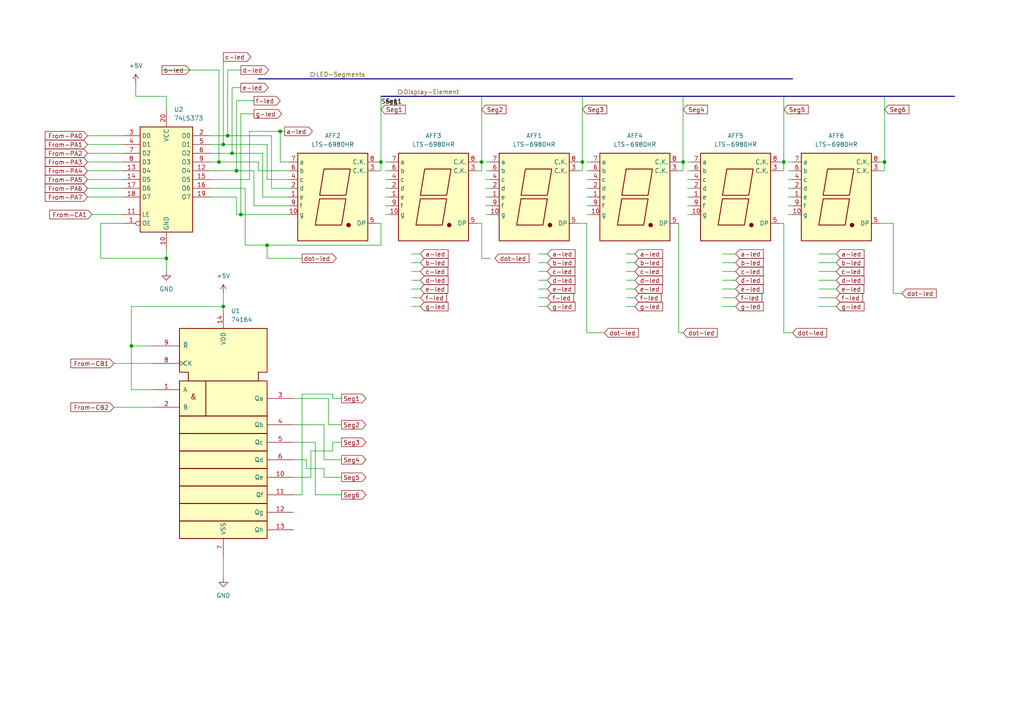
<source format=kicad_sch>
(kicad_sch (version 20230121) (generator eeschema)
  (paper "A4")
  (title_block (title "7-Segment Display for Breadboard Computer") (date "2023-09-13"))
  (lib_symbols
    (symbol "74xx:74LS373"
      (property "Reference" "U" (at -7.62 16.51 0))
      (property "Value" "74LS373" (at -7.62 -16.51 0))
      (symbol "74LS373_1_0"
        (pin input inverted (at -12.7 -12.7 0) (length 5.08) (name "OE") (number "1"))
        (pin power_in line (at 0 -20.32 90) (length 5.08) (name "GND") (number "10"))
        (pin input line (at -12.7 -10.16 0) (length 5.08) (name "LE") (number "11"))
        (pin tri_state line (at 12.7 2.54 180) (length 5.08) (name "O4") (number "12"))
        (pin input line (at -12.7 2.54 0) (length 5.08) (name "D4") (number "13"))
        (pin input line (at -12.7 0 0) (length 5.08) (name "D5") (number "14"))
        (pin tri_state line (at 12.7 0 180) (length 5.08) (name "O5") (number "15"))
        (pin tri_state line (at 12.7 -2.54 180) (length 5.08) (name "O6") (number "16"))
        (pin input line (at -12.7 -2.54 0) (length 5.08) (name "D6") (number "17"))
        (pin input line (at -12.7 -5.08 0) (length 5.08) (name "D7") (number "18"))
        (pin tri_state line (at 12.7 -5.08 180) (length 5.08) (name "O7") (number "19"))
        (pin tri_state line (at 12.7 12.7 180) (length 5.08) (name "O0") (number "2"))
        (pin power_in line (at 0 20.32 270) (length 5.08) (name "VCC") (number "20"))
        (pin input line (at -12.7 12.7 0) (length 5.08) (name "D0") (number "3"))
        (pin input line (at -12.7 10.16 0) (length 5.08) (name "D1") (number "4"))
        (pin tri_state line (at 12.7 10.16 180) (length 5.08) (name "O1") (number "5"))
        (pin tri_state line (at 12.7 7.62 180) (length 5.08) (name "O2") (number "6"))
        (pin input line (at -12.7 7.62 0) (length 5.08) (name "D2") (number "7"))
        (pin input line (at -12.7 5.08 0) (length 5.08) (name "D3") (number "8"))
        (pin tri_state line (at 12.7 5.08 180) (length 5.08) (name "O3") (number "9"))
      )
      (symbol "74LS373_1_1"
        (rectangle (start -7.62 15.24) (end 7.62 -15.24) (stroke (width 0.254)) (fill (type background)))
      )
    )
    (symbol "74xx_IEEE:74164" (pin_names (offset 1.016))
      (property "Reference" "U" (at 17.78 12.7 0))
      (property "Value" "74164" (at 12.7 -45.72 0))
      (symbol "74164_0_0"
        (text "&" (at -8.636 -2.032 0) (effects (font (size 1.524 1.524))))
      )
      (symbol "74164_0_1"
        (rectangle (start -12.7 -38.1) (end 12.7 -43.18) (stroke (width 0.254)) (fill (type background)))
        (rectangle (start -12.7 -33.02) (end 12.7 -38.1) (stroke (width 0.254)) (fill (type background)))
        (rectangle (start -12.7 -27.94) (end 12.7 -33.02) (stroke (width 0.254)) (fill (type background)))
        (rectangle (start -12.7 -22.86) (end 12.7 -27.94) (stroke (width 0.254)) (fill (type background)))
        (rectangle (start -12.7 -17.78) (end 12.7 -22.86) (stroke (width 0.254)) (fill (type background)))
        (rectangle (start -12.7 -12.7) (end 12.7 -17.78) (stroke (width 0.254)) (fill (type background)))
        (rectangle (start -12.7 -7.62) (end 12.7 -12.7) (stroke (width 0.254)) (fill (type background)))
        (rectangle (start -12.7 2.54) (end 12.7 -7.62) (stroke (width 0.254)) (fill (type background)))
        (polyline (pts (xy -5.08 2.54) (xy -5.08 -7.62) (xy -5.08 -7.62)) (stroke (width 0.254)) (fill (type background)))
        (polyline (pts (xy -10.16 2.54) (xy -10.16 5.08) (xy -12.7 5.08) (xy -12.7 17.78) (xy 12.7 17.78) (xy 12.7 5.08) (xy 10.16 5.08) (xy 10.16 2.54) (xy 10.16 2.54)) (stroke (width 0.254)) (fill (type background)))
      )
      (symbol "74164_1_1"
        (pin input line (at -20.32 0 0) (length 7.62) (name "A") (number "1"))
        (pin output line (at 20.32 -25.4 180) (length 7.62) (name "Qe") (number "10"))
        (pin output line (at 20.32 -30.48 180) (length 7.62) (name "Qf") (number "11"))
        (pin output line (at 20.32 -35.56 180) (length 7.62) (name "Qg") (number "12"))
        (pin output line (at 20.32 -40.64 180) (length 7.62) (name "Qh") (number "13"))
        (pin power_in line (at 0 22.86 270) (length 5.08) (name "VDD") (number "14"))
        (pin input line (at -20.32 -5.08 0) (length 7.62) (name "B") (number "2"))
        (pin output line (at 20.32 -2.54 180) (length 7.62) (name "Qa") (number "3"))
        (pin output line (at 20.32 -10.16 180) (length 7.62) (name "Qb") (number "4"))
        (pin output line (at 20.32 -15.24 180) (length 7.62) (name "Qc") (number "5"))
        (pin output line (at 20.32 -20.32 180) (length 7.62) (name "Qd") (number "6"))
        (pin power_in line (at 0 -48.26 90) (length 5.08) (name "VSS") (number "7"))
        (pin input clock (at -20.32 7.62 0) (length 7.62) (name "CK") (number "8"))
        (pin input line (at -20.32 12.7 0) (length 7.62) (name "~{R}") (number "9"))
      )
    )
    (symbol "Display_Character:LTS-6980HR"
      (property "Reference" "AFF" (at -7.874 13.97 0))
      (property "Value" "LTS-6980HR" (at 4.064 13.97 0))
      (symbol "LTS-6980HR_0_1"
        (rectangle (start -10.16 12.7) (end 10.16 -12.7) (stroke (width 0.254)) (fill (type background)))
        (polyline (pts (xy -3.81 -0.508) (xy 3.81 -0.508) (xy 2.54 -8.128) (xy -5.08 -8.128) (xy -3.81 -0.508) (xy -3.81 -0.508)) (stroke (width 0.254)))
        (polyline (pts (xy -2.54 8.128) (xy 5.08 8.128) (xy 3.81 0.508) (xy -3.81 0.508) (xy -2.54 8.128) (xy -2.54 8.128)) (stroke (width 0.254)))
        (circle (center 4.572 -8.128) (radius 0.508) (stroke (width 0.254)) (fill (type outline)))
      )
      (symbol "LTS-6980HR_1_1"
        (pin passive line (at -12.7 0 0) (length 2.54) (name "e") (number "1"))
        (pin passive line (at -12.7 -5.08 0) (length 2.54) (name "g") (number "10"))
        (pin passive line (at -12.7 2.54 0) (length 2.54) (name "d") (number "2"))
        (pin passive line (at 12.7 7.62 180) (length 2.54) (name "C.K.") (number "3"))
        (pin passive line (at -12.7 5.08 0) (length 2.54) (name "c") (number "4"))
        (pin passive line (at 12.7 -7.62 180) (length 2.54) (name "DP") (number "5"))
        (pin passive line (at -12.7 7.62 0) (length 2.54) (name "b") (number "6"))
        (pin passive line (at -12.7 10.16 0) (length 2.54) (name "a") (number "7"))
        (pin passive line (at 12.7 10.16 180) (length 2.54) (name "C.K.") (number "8"))
        (pin passive line (at -12.7 -2.54 0) (length 2.54) (name "f") (number "9"))
      )
    )
    (symbol "power:+5V" (power) (pin_names (offset 0))
      (property "Value" "+5V" (at 0 3.556 0))
      (symbol "+5V_0_1"
        (polyline (pts (xy -0.762 1.27) (xy 0 2.54)))
        (polyline (pts (xy 0 0) (xy 0 2.54)))
        (polyline (pts (xy 0 2.54) (xy 0.762 1.27)))
      )
      (symbol "+5V_1_1"
        (pin power_in line (at 0 0 90) (length 0) hide (name "+5V") (number "1"))
      )
    )
    (symbol "power:GND" (power) (pin_names (offset 0))
      (property "Value" "GND" (at 0 -3.81 0))
      (symbol "GND_0_1"
        (polyline (pts (xy 0 0) (xy 0 -1.27) (xy 1.27 -1.27) (xy 0 -2.54) (xy -1.27 -1.27) (xy 0 -1.27)))
      )
      (symbol "GND_1_1"
        (pin power_in line (at 0 0 270) (length 0) hide (name "GND") (number "1"))
      )
    )
  )
  (junction (at 67.31 44.45))
  (junction (at 227.33 46.99))
  (junction (at 63.5 46.99))
  (junction (at 256.54 46.99))
  (junction (at 38.1 100.33))
  (junction (at 66.04 39.37))
  (junction (at 198.12 46.99))
  (junction (at 69.85 62.23))
  (junction (at 48.26 74.93))
  (junction (at 68.58 49.53))
  (junction (at 81.28 38.1))
  (junction (at 64.77 41.91))
  (junction (at 77.47 71.12))
  (junction (at 64.77 88.9))
  (junction (at 110.49 46.99))
  (junction (at 168.91 46.99))
  (junction (at 139.7 46.99))
  (wire (pts (xy 237.49 78.74) (xy 242.57 78.74)))
  (wire (pts (xy 38.1 100.33) (xy 38.1 88.9)))
  (wire (pts (xy 119.38 76.2) (xy 121.92 76.2)))
  (wire (pts (xy 139.7 27.94) (xy 139.7 46.99)))
  (wire (pts (xy 119.38 78.74) (xy 121.92 78.74)))
  (wire (pts (xy 73.66 29.21) (xy 68.58 29.21)))
  (wire (pts (xy 111.76 62.23) (xy 113.03 62.23)))
  (wire (pts (xy 199.39 54.61) (xy 200.66 54.61)))
  (wire (pts (xy 139.7 74.93) (xy 142.24 74.93)))
  (wire (pts (xy 85.09 138.43) (xy 90.17 138.43)))
  (wire (pts (xy 140.97 49.53) (xy 142.24 49.53)))
  (wire (pts (xy 68.58 29.21) (xy 68.58 49.53)))
  (wire (pts (xy 119.38 73.66) (xy 121.92 73.66)))
  (wire (pts (xy 181.61 76.2) (xy 184.15 76.2)))
  (wire (pts (xy 76.2 44.45) (xy 67.31 44.45)))
  (wire (pts (xy 63.5 46.99) (xy 60.96 46.99)))
  (wire (pts (xy 255.27 64.77) (xy 259.08 64.77)))
  (wire (pts (xy 227.33 49.53) (xy 227.33 46.99)))
  (wire (pts (xy 198.12 49.53) (xy 198.12 46.99)))
  (bus (pts (xy 74.93 22.86) (xy 229.87 22.86)))
  (wire (pts (xy 109.22 49.53) (xy 110.49 49.53)))
  (wire (pts (xy 38.1 88.9) (xy 64.77 88.9)))
  (wire (pts (xy 96.52 130.81) (xy 96.52 128.27)))
  (wire (pts (xy 48.26 74.93) (xy 48.26 78.74)))
  (wire (pts (xy 227.33 64.77) (xy 227.33 96.52)))
  (wire (pts (xy 259.08 64.77) (xy 259.08 85.09)))
  (wire (pts (xy 96.52 128.27) (xy 99.06 128.27)))
  (wire (pts (xy 60.96 39.37) (xy 66.04 39.37)))
  (wire (pts (xy 68.58 57.15) (xy 60.96 57.15)))
  (wire (pts (xy 99.06 123.19) (xy 95.25 123.19)))
  (wire (pts (xy 63.5 20.32) (xy 63.5 46.99)))
  (wire (pts (xy 87.63 114.3) (xy 96.52 114.3)))
  (wire (pts (xy 209.55 81.28) (xy 213.36 81.28)))
  (wire (pts (xy 77.47 74.93) (xy 77.47 71.12)))
  (wire (pts (xy 237.49 73.66) (xy 242.57 73.66)))
  (wire (pts (xy 81.28 38.1) (xy 82.55 38.1)))
  (wire (pts (xy 25.4 57.15) (xy 35.56 57.15)))
  (wire (pts (xy 95.25 123.19) (xy 95.25 115.57)))
  (wire (pts (xy 226.06 46.99) (xy 227.33 46.99)))
  (wire (pts (xy 96.52 115.57) (xy 99.06 115.57)))
  (wire (pts (xy 66.04 20.32) (xy 66.04 39.37)))
  (wire (pts (xy 110.49 49.53) (xy 110.49 46.99)))
  (wire (pts (xy 74.93 46.99) (xy 63.5 46.99)))
  (wire (pts (xy 83.82 62.23) (xy 69.85 62.23)))
  (wire (pts (xy 44.45 113.03) (xy 38.1 113.03)))
  (wire (pts (xy 228.6 57.15) (xy 229.87 57.15)))
  (wire (pts (xy 69.85 62.23) (xy 68.58 62.23)))
  (wire (pts (xy 87.63 74.93) (xy 77.47 74.93)))
  (wire (pts (xy 140.97 52.07) (xy 142.24 52.07)))
  (wire (pts (xy 87.63 143.51) (xy 87.63 114.3)))
  (wire (pts (xy 73.66 59.69) (xy 73.66 49.53)))
  (wire (pts (xy 64.77 16.51) (xy 64.77 41.91)))
  (wire (pts (xy 25.4 52.07) (xy 35.56 52.07)))
  (wire (pts (xy 140.97 46.99) (xy 142.24 46.99)))
  (wire (pts (xy 99.06 133.35) (xy 93.98 133.35)))
  (wire (pts (xy 209.55 88.9) (xy 213.36 88.9)))
  (wire (pts (xy 72.39 38.1) (xy 72.39 52.07)))
  (wire (pts (xy 73.66 49.53) (xy 68.58 49.53)))
  (wire (pts (xy 227.33 46.99) (xy 227.33 27.94)))
  (wire (pts (xy 181.61 78.74) (xy 184.15 78.74)))
  (wire (pts (xy 111.76 49.53) (xy 113.03 49.53)))
  (wire (pts (xy 156.21 83.82) (xy 158.75 83.82)))
  (wire (pts (xy 170.18 52.07) (xy 171.45 52.07)))
  (wire (pts (xy 196.85 64.77) (xy 196.85 96.52)))
  (wire (pts (xy 181.61 83.82) (xy 184.15 83.82)))
  (wire (pts (xy 256.54 49.53) (xy 256.54 46.99)))
  (wire (pts (xy 156.21 78.74) (xy 158.75 78.74)))
  (wire (pts (xy 181.61 81.28) (xy 184.15 81.28)))
  (wire (pts (xy 209.55 73.66) (xy 213.36 73.66)))
  (wire (pts (xy 81.28 38.1) (xy 72.39 38.1)))
  (wire (pts (xy 93.98 133.35) (xy 93.98 123.19)))
  (wire (pts (xy 227.33 96.52) (xy 229.87 96.52)))
  (wire (pts (xy 168.91 49.53) (xy 168.91 46.99)))
  (wire (pts (xy 170.18 57.15) (xy 171.45 57.15)))
  (wire (pts (xy 140.97 54.61) (xy 142.24 54.61)))
  (wire (pts (xy 259.08 85.09) (xy 261.62 85.09)))
  (wire (pts (xy 91.44 143.51) (xy 91.44 128.27)))
  (wire (pts (xy 140.97 62.23) (xy 142.24 62.23)))
  (wire (pts (xy 88.9 133.35) (xy 85.09 133.35)))
  (wire (pts (xy 255.27 46.99) (xy 256.54 46.99)))
  (wire (pts (xy 93.98 135.89) (xy 88.9 135.89)))
  (wire (pts (xy 110.49 27.94) (xy 110.49 46.99)))
  (wire (pts (xy 91.44 128.27) (xy 85.09 128.27)))
  (wire (pts (xy 69.85 25.4) (xy 67.31 25.4)))
  (wire (pts (xy 156.21 73.66) (xy 158.75 73.66)))
  (wire (pts (xy 237.49 88.9) (xy 242.57 88.9)))
  (wire (pts (xy 181.61 86.36) (xy 184.15 86.36)))
  (wire (pts (xy 156.21 81.28) (xy 158.75 81.28)))
  (wire (pts (xy 64.77 85.09) (xy 64.77 88.9)))
  (wire (pts (xy 170.18 64.77) (xy 170.18 96.52)))
  (wire (pts (xy 67.31 44.45) (xy 60.96 44.45)))
  (wire (pts (xy 85.09 143.51) (xy 87.63 143.51)))
  (wire (pts (xy 228.6 59.69) (xy 229.87 59.69)))
  (wire (pts (xy 111.76 59.69) (xy 113.03 59.69)))
  (wire (pts (xy 156.21 86.36) (xy 158.75 86.36)))
  (wire (pts (xy 83.82 52.07) (xy 77.47 52.07)))
  (wire (pts (xy 48.26 72.39) (xy 48.26 74.93)))
  (wire (pts (xy 44.45 100.33) (xy 38.1 100.33)))
  (wire (pts (xy 39.37 27.94) (xy 48.26 27.94)))
  (wire (pts (xy 60.96 41.91) (xy 64.77 41.91)))
  (wire (pts (xy 167.64 46.99) (xy 168.91 46.99)))
  (wire (pts (xy 138.43 64.77) (xy 139.7 64.77)))
  (wire (pts (xy 119.38 81.28) (xy 121.92 81.28)))
  (wire (pts (xy 64.77 88.9) (xy 64.77 90.17)))
  (wire (pts (xy 73.66 33.02) (xy 69.85 33.02)))
  (wire (pts (xy 209.55 78.74) (xy 213.36 78.74)))
  (wire (pts (xy 170.18 54.61) (xy 171.45 54.61)))
  (wire (pts (xy 77.47 71.12) (xy 71.12 71.12)))
  (wire (pts (xy 68.58 62.23) (xy 68.58 57.15)))
  (wire (pts (xy 167.64 49.53) (xy 168.91 49.53)))
  (wire (pts (xy 72.39 52.07) (xy 60.96 52.07)))
  (wire (pts (xy 69.85 20.32) (xy 66.04 20.32)))
  (wire (pts (xy 76.2 57.15) (xy 76.2 44.45)))
  (wire (pts (xy 38.1 100.33) (xy 38.1 113.03)))
  (wire (pts (xy 228.6 49.53) (xy 229.87 49.53)))
  (wire (pts (xy 119.38 86.36) (xy 121.92 86.36)))
  (wire (pts (xy 139.7 49.53) (xy 139.7 46.99)))
  (wire (pts (xy 138.43 49.53) (xy 139.7 49.53)))
  (wire (pts (xy 209.55 76.2) (xy 213.36 76.2)))
  (wire (pts (xy 119.38 83.82) (xy 121.92 83.82)))
  (wire (pts (xy 111.76 57.15) (xy 113.03 57.15)))
  (wire (pts (xy 170.18 96.52) (xy 175.26 96.52)))
  (wire (pts (xy 46.99 20.32) (xy 63.5 20.32)))
  (wire (pts (xy 77.47 52.07) (xy 77.47 41.91)))
  (wire (pts (xy 25.4 46.99) (xy 35.56 46.99)))
  (wire (pts (xy 140.97 59.69) (xy 142.24 59.69)))
  (wire (pts (xy 90.17 130.81) (xy 96.52 130.81)))
  (wire (pts (xy 199.39 57.15) (xy 200.66 57.15)))
  (wire (pts (xy 196.85 49.53) (xy 198.12 49.53)))
  (wire (pts (xy 111.76 52.07) (xy 113.03 52.07)))
  (wire (pts (xy 88.9 135.89) (xy 88.9 133.35)))
  (wire (pts (xy 228.6 62.23) (xy 229.87 62.23)))
  (wire (pts (xy 199.39 52.07) (xy 200.66 52.07)))
  (wire (pts (xy 74.93 49.53) (xy 74.93 46.99)))
  (wire (pts (xy 111.76 46.99) (xy 113.03 46.99)))
  (wire (pts (xy 228.6 54.61) (xy 229.87 54.61)))
  (wire (pts (xy 209.55 86.36) (xy 213.36 86.36)))
  (wire (pts (xy 226.06 64.77) (xy 227.33 64.77)))
  (wire (pts (xy 29.21 64.77) (xy 29.21 74.93)))
  (wire (pts (xy 99.06 138.43) (xy 93.98 138.43)))
  (wire (pts (xy 111.76 54.61) (xy 113.03 54.61)))
  (wire (pts (xy 83.82 57.15) (xy 76.2 57.15)))
  (wire (pts (xy 237.49 81.28) (xy 242.57 81.28)))
  (wire (pts (xy 256.54 27.94) (xy 256.54 46.99)))
  (wire (pts (xy 237.49 86.36) (xy 242.57 86.36)))
  (wire (pts (xy 255.27 49.53) (xy 256.54 49.53)))
  (wire (pts (xy 140.97 57.15) (xy 142.24 57.15)))
  (wire (pts (xy 78.74 39.37) (xy 78.74 54.61)))
  (wire (pts (xy 170.18 59.69) (xy 171.45 59.69)))
  (wire (pts (xy 181.61 73.66) (xy 184.15 73.66)))
  (wire (pts (xy 85.09 115.57) (xy 95.25 115.57)))
  (wire (pts (xy 33.02 118.11) (xy 44.45 118.11)))
  (wire (pts (xy 64.77 161.29) (xy 64.77 167.64)))
  (wire (pts (xy 196.85 46.99) (xy 198.12 46.99)))
  (wire (pts (xy 90.17 138.43) (xy 90.17 130.81)))
  (wire (pts (xy 168.91 27.94) (xy 168.91 46.99)))
  (wire (pts (xy 138.43 46.99) (xy 139.7 46.99)))
  (wire (pts (xy 71.12 54.61) (xy 60.96 54.61)))
  (wire (pts (xy 228.6 52.07) (xy 229.87 52.07)))
  (wire (pts (xy 48.26 27.94) (xy 48.26 31.75)))
  (wire (pts (xy 226.06 49.53) (xy 227.33 49.53)))
  (wire (pts (xy 39.37 24.13) (xy 39.37 27.94)))
  (wire (pts (xy 25.4 49.53) (xy 35.56 49.53)))
  (wire (pts (xy 29.21 64.77) (xy 35.56 64.77)))
  (wire (pts (xy 73.66 59.69) (xy 83.82 59.69)))
  (bus (pts (xy 110.49 27.94) (xy 276.86 27.94)))
  (wire (pts (xy 119.38 88.9) (xy 121.92 88.9)))
  (wire (pts (xy 96.52 114.3) (xy 96.52 115.57)))
  (wire (pts (xy 25.4 54.61) (xy 35.56 54.61)))
  (wire (pts (xy 25.4 44.45) (xy 35.56 44.45)))
  (wire (pts (xy 181.61 88.9) (xy 184.15 88.9)))
  (wire (pts (xy 85.09 123.19) (xy 93.98 123.19)))
  (wire (pts (xy 67.31 25.4) (xy 67.31 44.45)))
  (wire (pts (xy 26.67 62.23) (xy 35.56 62.23)))
  (wire (pts (xy 237.49 76.2) (xy 242.57 76.2)))
  (wire (pts (xy 83.82 49.53) (xy 74.93 49.53)))
  (wire (pts (xy 228.6 46.99) (xy 229.87 46.99)))
  (wire (pts (xy 139.7 64.77) (xy 139.7 74.93)))
  (wire (pts (xy 199.39 46.99) (xy 200.66 46.99)))
  (wire (pts (xy 196.85 96.52) (xy 198.12 96.52)))
  (wire (pts (xy 64.77 41.91) (xy 77.47 41.91)))
  (wire (pts (xy 93.98 138.43) (xy 93.98 135.89)))
  (wire (pts (xy 109.22 46.99) (xy 110.49 46.99)))
  (wire (pts (xy 156.21 88.9) (xy 158.75 88.9)))
  (wire (pts (xy 83.82 46.99) (xy 81.28 46.99)))
  (wire (pts (xy 237.49 83.82) (xy 242.57 83.82)))
  (wire (pts (xy 78.74 54.61) (xy 83.82 54.61)))
  (wire (pts (xy 199.39 49.53) (xy 200.66 49.53)))
  (wire (pts (xy 199.39 62.23) (xy 200.66 62.23)))
  (wire (pts (xy 33.02 105.41) (xy 44.45 105.41)))
  (wire (pts (xy 109.22 64.77) (xy 110.49 64.77)))
  (wire (pts (xy 170.18 46.99) (xy 171.45 46.99)))
  (wire (pts (xy 110.49 64.77) (xy 110.49 71.12)))
  (wire (pts (xy 71.12 71.12) (xy 71.12 54.61)))
  (wire (pts (xy 170.18 49.53) (xy 171.45 49.53)))
  (wire (pts (xy 25.4 39.37) (xy 35.56 39.37)))
  (wire (pts (xy 167.64 64.77) (xy 170.18 64.77)))
  (wire (pts (xy 66.04 39.37) (xy 78.74 39.37)))
  (wire (pts (xy 69.85 33.02) (xy 69.85 62.23)))
  (wire (pts (xy 81.28 46.99) (xy 81.28 38.1)))
  (wire (pts (xy 29.21 74.93) (xy 48.26 74.93)))
  (wire (pts (xy 209.55 83.82) (xy 213.36 83.82)))
  (wire (pts (xy 199.39 59.69) (xy 200.66 59.69)))
  (wire (pts (xy 170.18 62.23) (xy 171.45 62.23)))
  (wire (pts (xy 68.58 49.53) (xy 60.96 49.53)))
  (wire (pts (xy 198.12 46.99) (xy 198.12 27.94)))
  (wire (pts (xy 110.49 71.12) (xy 77.47 71.12)))
  (wire (pts (xy 99.06 143.51) (xy 91.44 143.51)))
  (wire (pts (xy 156.21 76.2) (xy 158.75 76.2)))
  (wire (pts (xy 25.4 41.91) (xy 35.56 41.91)))
  (label "Seg1" (at 111.76 30.48 0))
  (label "Seg1" (at 110.49 30.48 0))
  (label "Seg1" (at 111.76 30.48 0))
  (global_label "e-led" (shape input) (at 121.92 83.82 0) (property "Intersheetrefs" "${INTERSHEET_REFS}" (effects hide)))
  (global_label "e-led" (shape input) (at 213.36 83.82 0) (property "Intersheetrefs" "${INTERSHEET_REFS}" (effects hide)))
  (global_label "d-led" (shape input) (at 184.15 81.28 0) (property "Intersheetrefs" "${INTERSHEET_REFS}" (effects hide)))
  (global_label "c-led" (shape input) (at 242.57 78.74 0) (property "Intersheetrefs" "${INTERSHEET_REFS}" (effects hide)))
  (global_label "Seg5" (shape input) (at 227.33 31.75 0) (property "Intersheetrefs" "${INTERSHEET_REFS}" (effects hide)))
  (global_label "c-led" (shape input) (at 158.75 78.74 0) (property "Intersheetrefs" "${INTERSHEET_REFS}" (effects hide)))
  (global_label "g-led" (shape input) (at 184.15 88.9 0) (property "Intersheetrefs" "${INTERSHEET_REFS}" (effects hide)))
  (global_label "From-PA4" (shape input) (at 25.4 49.53 180) (property "Intersheetrefs" "${INTERSHEET_REFS}" (effects hide)))
  (global_label "e-led" (shape input) (at 184.15 83.82 0) (property "Intersheetrefs" "${INTERSHEET_REFS}" (effects hide)))
  (global_label "g-led" (shape output) (at 73.66 33.02 0) (property "Intersheetrefs" "${INTERSHEET_REFS}" (effects hide)))
  (global_label "g-led" (shape input) (at 121.92 88.9 0) (property "Intersheetrefs" "${INTERSHEET_REFS}" (effects hide)))
  (global_label "a-led" (shape input) (at 121.92 73.66 0) (property "Intersheetrefs" "${INTERSHEET_REFS}" (effects hide)))
  (global_label "From-CA1" (shape input) (at 26.67 62.23 180) (property "Intersheetrefs" "${INTERSHEET_REFS}" (effects hide)))
  (global_label "Seg2" (shape output) (at 99.06 123.19 0) (property "Intersheetrefs" "${INTERSHEET_REFS}" (effects hide)))
  (global_label "b-led" (shape input) (at 158.75 76.2 0) (property "Intersheetrefs" "${INTERSHEET_REFS}" (effects hide)))
  (global_label "e-led" (shape input) (at 158.75 83.82 0) (property "Intersheetrefs" "${INTERSHEET_REFS}" (effects hide)))
  (global_label "c-led" (shape output) (at 64.77 16.51 0) (property "Intersheetrefs" "${INTERSHEET_REFS}" (effects hide)))
  (global_label "dot-led" (shape input) (at 175.26 96.52 0) (property "Intersheetrefs" "${INTERSHEET_REFS}" (effects hide)))
  (global_label "b-led" (shape input) (at 242.57 76.2 0) (property "Intersheetrefs" "${INTERSHEET_REFS}" (effects hide)))
  (global_label "g-led" (shape input) (at 242.57 88.9 0) (property "Intersheetrefs" "${INTERSHEET_REFS}" (effects hide)))
  (global_label "Seg5" (shape output) (at 99.06 138.43 0) (property "Intersheetrefs" "${INTERSHEET_REFS}" (effects hide)))
  (global_label "d-led" (shape output) (at 69.85 20.32 0) (property "Intersheetrefs" "${INTERSHEET_REFS}" (effects hide)))
  (global_label "From-CB1" (shape input) (at 33.02 105.41 180) (property "Intersheetrefs" "${INTERSHEET_REFS}" (effects hide)))
  (global_label "f-led" (shape input) (at 158.75 86.36 0) (property "Intersheetrefs" "${INTERSHEET_REFS}" (effects hide)))
  (global_label "b-led" (shape output) (at 46.99 20.32 0) (property "Intersheetrefs" "${INTERSHEET_REFS}" (effects hide)))
  (global_label "f-led" (shape input) (at 213.36 86.36 0) (property "Intersheetrefs" "${INTERSHEET_REFS}" (effects hide)))
  (global_label "Seg1" (shape input) (at 110.49 31.75 0) (property "Intersheetrefs" "${INTERSHEET_REFS}" (effects hide)))
  (global_label "g-led" (shape input) (at 158.75 88.9 0) (property "Intersheetrefs" "${INTERSHEET_REFS}" (effects hide)))
  (global_label "Seg3" (shape input) (at 168.91 31.75 0) (property "Intersheetrefs" "${INTERSHEET_REFS}" (effects hide)))
  (global_label "d-led" (shape input) (at 242.57 81.28 0) (property "Intersheetrefs" "${INTERSHEET_REFS}" (effects hide)))
  (global_label "From-PA7" (shape input) (at 25.4 57.15 180) (property "Intersheetrefs" "${INTERSHEET_REFS}" (effects hide)))
  (global_label "Seg6" (shape input) (at 256.54 31.75 0) (property "Intersheetrefs" "${INTERSHEET_REFS}" (effects hide)))
  (global_label "c-led" (shape input) (at 121.92 78.74 0) (property "Intersheetrefs" "${INTERSHEET_REFS}" (effects hide)))
  (global_label "From-PA2" (shape input) (at 25.4 44.45 180) (property "Intersheetrefs" "${INTERSHEET_REFS}" (effects hide)))
  (global_label "a-led" (shape input) (at 158.75 73.66 0) (property "Intersheetrefs" "${INTERSHEET_REFS}" (effects hide)))
  (global_label "From-PA0" (shape input) (at 25.4 39.37 180) (property "Intersheetrefs" "${INTERSHEET_REFS}" (effects hide)))
  (global_label "From-CB2" (shape input) (at 33.02 118.11 180) (property "Intersheetrefs" "${INTERSHEET_REFS}" (effects hide)))
  (global_label "dot-led" (shape input) (at 198.12 96.52 0) (property "Intersheetrefs" "${INTERSHEET_REFS}" (effects hide)))
  (global_label "f-led" (shape output) (at 73.66 29.21 0) (property "Intersheetrefs" "${INTERSHEET_REFS}" (effects hide)))
  (global_label "a-led" (shape input) (at 184.15 73.66 0) (property "Intersheetrefs" "${INTERSHEET_REFS}" (effects hide)))
  (global_label "f-led" (shape input) (at 121.92 86.36 0) (property "Intersheetrefs" "${INTERSHEET_REFS}" (effects hide)))
  (global_label "d-led" (shape input) (at 213.36 81.28 0) (property "Intersheetrefs" "${INTERSHEET_REFS}" (effects hide)))
  (global_label "e-led" (shape input) (at 242.57 83.82 0) (property "Intersheetrefs" "${INTERSHEET_REFS}" (effects hide)))
  (global_label "g-led" (shape input) (at 213.36 88.9 0) (property "Intersheetrefs" "${INTERSHEET_REFS}" (effects hide)))
  (global_label "d-led" (shape input) (at 121.92 81.28 0) (property "Intersheetrefs" "${INTERSHEET_REFS}" (effects hide)))
  (global_label "From-PA3" (shape input) (at 25.4 46.99 180) (property "Intersheetrefs" "${INTERSHEET_REFS}" (effects hide)))
  (global_label "Seg6" (shape output) (at 99.06 143.51 0) (property "Intersheetrefs" "${INTERSHEET_REFS}" (effects hide)))
  (global_label "dot-led" (shape input) (at 229.87 96.52 0) (property "Intersheetrefs" "${INTERSHEET_REFS}" (effects hide)))
  (global_label "dot-led" (shape input) (at 143.51 74.93 0) (property "Intersheetrefs" "${INTERSHEET_REFS}" (effects hide)))
  (global_label "b-led" (shape input) (at 213.36 76.2 0) (property "Intersheetrefs" "${INTERSHEET_REFS}" (effects hide)))
  (global_label "e-led" (shape output) (at 69.85 25.4 0) (property "Intersheetrefs" "${INTERSHEET_REFS}" (effects hide)))
  (global_label "From-PA6" (shape input) (at 25.4 54.61 180) (property "Intersheetrefs" "${INTERSHEET_REFS}" (effects hide)))
  (global_label "c-led" (shape input) (at 213.36 78.74 0) (property "Intersheetrefs" "${INTERSHEET_REFS}" (effects hide)))
  (global_label "f-led" (shape input) (at 242.57 86.36 0) (property "Intersheetrefs" "${INTERSHEET_REFS}" (effects hide)))
  (global_label "dot-led" (shape input) (at 261.62 85.09 0) (property "Intersheetrefs" "${INTERSHEET_REFS}" (effects hide)))
  (global_label "Seg4" (shape input) (at 198.12 31.75 0) (property "Intersheetrefs" "${INTERSHEET_REFS}" (effects hide)))
  (global_label "a-led" (shape input) (at 213.36 73.66 0) (property "Intersheetrefs" "${INTERSHEET_REFS}" (effects hide)))
  (global_label "b-led" (shape input) (at 121.92 76.2 0) (property "Intersheetrefs" "${INTERSHEET_REFS}" (effects hide)))
  (global_label "Seg3" (shape output) (at 99.06 128.27 0) (property "Intersheetrefs" "${INTERSHEET_REFS}" (effects hide)))
  (global_label "a-led" (shape input) (at 242.57 73.66 0) (property "Intersheetrefs" "${INTERSHEET_REFS}" (effects hide)))
  (global_label "From-PA1" (shape input) (at 25.4 41.91 180) (property "Intersheetrefs" "${INTERSHEET_REFS}" (effects hide)))
  (global_label "c-led" (shape input) (at 184.15 78.74 0) (property "Intersheetrefs" "${INTERSHEET_REFS}" (effects hide)))
  (global_label "dot-led" (shape output) (at 87.63 74.93 0) (property "Intersheetrefs" "${INTERSHEET_REFS}" (effects hide)))
  (global_label "Seg2" (shape input) (at 139.7 31.75 0) (property "Intersheetrefs" "${INTERSHEET_REFS}" (effects hide)))
  (global_label "From-PA5" (shape input) (at 25.4 52.07 180) (property "Intersheetrefs" "${INTERSHEET_REFS}" (effects hide)))
  (global_label "b-led" (shape input) (at 184.15 76.2 0) (property "Intersheetrefs" "${INTERSHEET_REFS}" (effects hide)))
  (global_label "Seg4" (shape output) (at 99.06 133.35 0) (property "Intersheetrefs" "${INTERSHEET_REFS}" (effects hide)))
  (global_label "f-led" (shape input) (at 184.15 86.36 0) (property "Intersheetrefs" "${INTERSHEET_REFS}" (effects hide)))
  (global_label "a-led" (shape output) (at 82.55 38.1 0) (property "Intersheetrefs" "${INTERSHEET_REFS}" (effects hide)))
  (global_label "Seg1" (shape output) (at 99.06 115.57 0) (property "Intersheetrefs" "${INTERSHEET_REFS}" (effects hide)))
  (global_label "d-led" (shape input) (at 158.75 81.28 0) (property "Intersheetrefs" "${INTERSHEET_REFS}" (effects hide)))
  (hierarchical_label "LED-Segments" (shape output) (at 90.17 21.59 0))
  (hierarchical_label "Display-Element" (shape output) (at 115.57 26.67 0))
  (symbol (lib_id "Display_Character:LTS-6980HR") (at 184.15 57.15 0) (unit 1)
    (property "Reference" "AFF4" (at 184.15 39.37 0))
    (property "Value" "LTS-6980HR" (at 184.15 41.91 0))
    (property "Footprint" "Display_7Segment:7SegmentLED_LTS6760_LTS6780" (effects hide))
    (property "Datasheet" "http://datasheet.octopart.com/LTS-6960HR-Lite-On-datasheet-11803242.pdf" (effects hide))
  )
  (symbol (lib_id "74xx:74LS373") (at 48.26 52.07 0) (unit 1)
    (property "Reference" "U2" (at 50.4541 31.75 0) (effects (justify left)))
    (property "Value" "74LS373" (at 50.4541 34.29 0) (effects (justify left)))
    (property "Datasheet" "http://www.ti.com/lit/gpn/sn74LS373" (effects hide))
  )
  (symbol (lib_id "Display_Character:LTS-6980HR") (at 154.94 57.15 0) (unit 1)
    (property "Reference" "AFF1" (at 154.94 39.37 0))
    (property "Value" "LTS-6980HR" (at 154.94 41.91 0))
    (property "Footprint" "Display_7Segment:7SegmentLED_LTS6760_LTS6780" (effects hide))
    (property "Datasheet" "http://datasheet.octopart.com/LTS-6960HR-Lite-On-datasheet-11803242.pdf" (effects hide))
  )
  (symbol (lib_id "74xx_IEEE:74164") (at 64.77 113.03 0) (unit 1)
    (property "Reference" "U1" (at 66.9641 90.17 0) (effects (justify left)))
    (property "Value" "74164" (at 66.9641 92.71 0) (effects (justify left)))
  )
  (symbol (lib_id "power:GND") (at 48.26 78.74 0) (unit 1)
    (property "Reference" "#PWR03" (effects hide))
    (property "Value" "GND" (at 48.26 83.82 0))
  )
  (symbol (lib_id "Display_Character:LTS-6980HR") (at 125.73 57.15 0) (unit 1)
    (property "Reference" "AFF3" (at 125.73 39.37 0))
    (property "Value" "LTS-6980HR" (at 125.73 41.91 0))
    (property "Footprint" "Display_7Segment:7SegmentLED_LTS6760_LTS6780" (effects hide))
    (property "Datasheet" "http://datasheet.octopart.com/LTS-6960HR-Lite-On-datasheet-11803242.pdf" (effects hide))
  )
  (symbol (lib_id "Display_Character:LTS-6980HR") (at 213.36 57.15 0) (unit 1)
    (property "Reference" "AFF5" (at 213.36 39.37 0))
    (property "Value" "LTS-6980HR" (at 213.36 41.91 0))
    (property "Footprint" "Display_7Segment:7SegmentLED_LTS6760_LTS6780" (effects hide))
    (property "Datasheet" "http://datasheet.octopart.com/LTS-6960HR-Lite-On-datasheet-11803242.pdf" (effects hide))
  )
  (symbol (lib_id "power:+5V") (at 39.37 24.13 0) (unit 1)
    (property "Reference" "#PWR02" (effects hide))
    (property "Value" "+5V" (at 39.37 19.05 0))
  )
  (symbol (lib_id "Display_Character:LTS-6980HR") (at 242.57 57.15 0) (unit 1)
    (property "Reference" "AFF6" (at 242.57 39.37 0))
    (property "Value" "LTS-6980HR" (at 242.57 41.91 0))
    (property "Footprint" "Display_7Segment:7SegmentLED_LTS6760_LTS6780" (effects hide))
    (property "Datasheet" "http://datasheet.octopart.com/LTS-6960HR-Lite-On-datasheet-11803242.pdf" (effects hide))
  )
  (symbol (lib_id "power:+5V") (at 64.77 85.09 0) (unit 1)
    (property "Reference" "#PWR01" (effects hide))
    (property "Value" "+5V" (at 64.77 80.01 0))
  )
  (symbol (lib_id "power:GND") (at 64.77 167.64 0) (unit 1)
    (property "Reference" "#PWR04" (effects hide))
    (property "Value" "GND" (at 64.77 172.72 0))
  )
  (symbol (lib_id "Display_Character:LTS-6980HR") (at 96.52 57.15 0) (unit 1)
    (property "Reference" "AFF2" (at 96.52 39.37 0))
    (property "Value" "LTS-6980HR" (at 96.52 41.91 0))
    (property "Footprint" "Display_7Segment:7SegmentLED_LTS6760_LTS6780" (effects hide))
    (property "Datasheet" "http://datasheet.octopart.com/LTS-6960HR-Lite-On-datasheet-11803242.pdf" (effects hide))
  )
)
</source>
